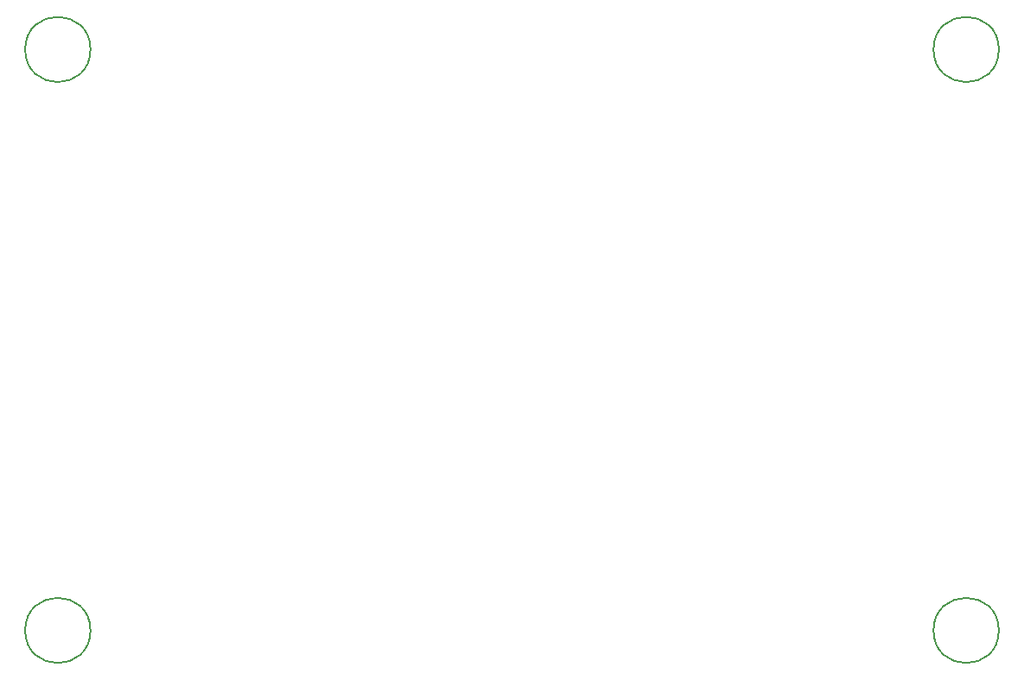
<source format=gbr>
%TF.GenerationSoftware,KiCad,Pcbnew,9.0.6*%
%TF.CreationDate,2026-01-11T11:52:41+09:00*%
%TF.ProjectId,MH01852029121Z2_MJ-HF_control,4d483031-3835-4323-9032-393132315a32,rev?*%
%TF.SameCoordinates,Original*%
%TF.FileFunction,Other,Comment*%
%FSLAX46Y46*%
G04 Gerber Fmt 4.6, Leading zero omitted, Abs format (unit mm)*
G04 Created by KiCad (PCBNEW 9.0.6) date 2026-01-11 11:52:41*
%MOMM*%
%LPD*%
G01*
G04 APERTURE LIST*
%ADD10C,0.150000*%
G04 APERTURE END LIST*
D10*
%TO.C,REF\u002A\u002A*%
X54450000Y-29000000D02*
G75*
G02*
X48050000Y-29000000I-3200000J0D01*
G01*
X48050000Y-29000000D02*
G75*
G02*
X54450000Y-29000000I3200000J0D01*
G01*
X54450000Y-86000000D02*
G75*
G02*
X48050000Y-86000000I-3200000J0D01*
G01*
X48050000Y-86000000D02*
G75*
G02*
X54450000Y-86000000I3200000J0D01*
G01*
X143450000Y-86000000D02*
G75*
G02*
X137050000Y-86000000I-3200000J0D01*
G01*
X137050000Y-86000000D02*
G75*
G02*
X143450000Y-86000000I3200000J0D01*
G01*
X143450000Y-29000000D02*
G75*
G02*
X137050000Y-29000000I-3200000J0D01*
G01*
X137050000Y-29000000D02*
G75*
G02*
X143450000Y-29000000I3200000J0D01*
G01*
%TD*%
M02*

</source>
